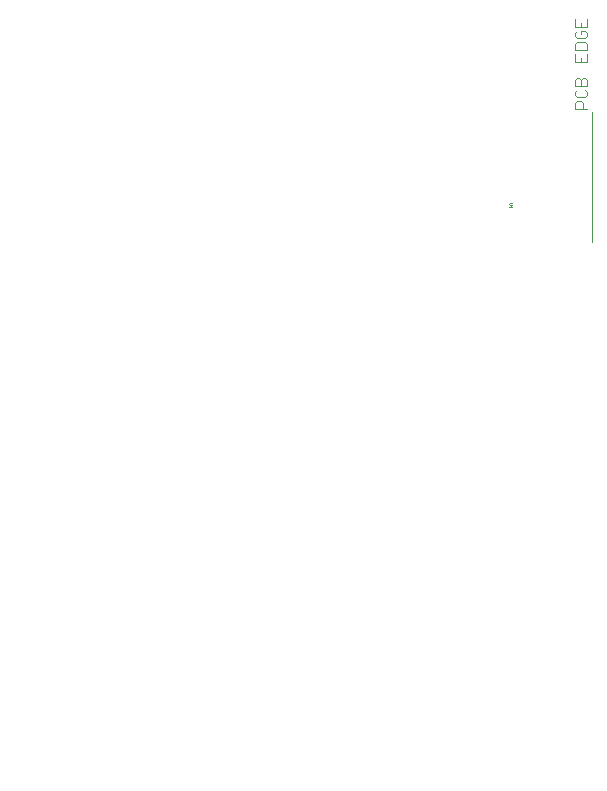
<source format=gbp>
G04*
G04 #@! TF.GenerationSoftware,Altium Limited,Altium Designer,22.0.2 (36)*
G04*
G04 Layer_Color=128*
%FSLAX25Y25*%
%MOIN*%
G70*
G04*
G04 #@! TF.SameCoordinates,5FA76A90-C183-4406-A071-8446DD7401C7*
G04*
G04*
G04 #@! TF.FilePolarity,Positive*
G04*
G01*
G75*
D10*
X717800Y471673D02*
X717133D01*
X717000Y471540D01*
Y471273D01*
X717133Y471140D01*
X717800D01*
X717000Y470474D02*
X717800D01*
X717400Y470873D01*
Y470340D01*
D12*
X744709Y458874D02*
Y502181D01*
D18*
X742937Y502969D02*
X739001D01*
Y504936D01*
X739657Y505592D01*
X740969D01*
X741625Y504936D01*
Y502969D01*
X739657Y509528D02*
X739001Y508872D01*
Y507560D01*
X739657Y506904D01*
X742281D01*
X742937Y507560D01*
Y508872D01*
X742281Y509528D01*
X739001Y510840D02*
X742937D01*
Y512808D01*
X742281Y513464D01*
X741625D01*
X740969Y512808D01*
Y510840D01*
Y512808D01*
X740313Y513464D01*
X739657D01*
X739001Y512808D01*
Y510840D01*
Y521335D02*
Y518712D01*
X742937D01*
Y521335D01*
X740969Y518712D02*
Y520023D01*
X739001Y522647D02*
X742937D01*
Y524615D01*
X742281Y525271D01*
X739657D01*
X739001Y524615D01*
Y522647D01*
X739657Y529207D02*
X739001Y528551D01*
Y527239D01*
X739657Y526583D01*
X742281D01*
X742937Y527239D01*
Y528551D01*
X742281Y529207D01*
X740969D01*
Y527895D01*
X739001Y533143D02*
Y530519D01*
X742937D01*
Y533143D01*
X740969Y530519D02*
Y531831D01*
D79*
X574000Y348031D02*
D03*
Y351969D02*
D03*
D148*
X558453Y343500D02*
D03*
X552547D02*
D03*
X557953Y364500D02*
D03*
X552047D02*
D03*
D151*
X593000Y298953D02*
D03*
Y293047D02*
D03*
X604500Y299406D02*
D03*
Y293500D02*
D03*
D154*
X605000Y351673D02*
D03*
Y348327D02*
D03*
X598500Y351673D02*
D03*
Y348327D02*
D03*
X592500Y352173D02*
D03*
Y348827D02*
D03*
X579500Y352673D02*
D03*
Y349327D02*
D03*
D156*
X597327Y282000D02*
D03*
X600673D02*
D03*
X614673Y349000D02*
D03*
X611327D02*
D03*
D222*
X588500Y309984D02*
D03*
X593500D02*
D03*
X598500D02*
D03*
X603500D02*
D03*
X608500D02*
D03*
Y334000D02*
D03*
X603500D02*
D03*
X598500D02*
D03*
X593500D02*
D03*
X588500D02*
D03*
D223*
X576846Y309984D02*
D03*
X620154D02*
D03*
Y334000D02*
D03*
D224*
X576846Y332031D02*
D03*
M02*

</source>
